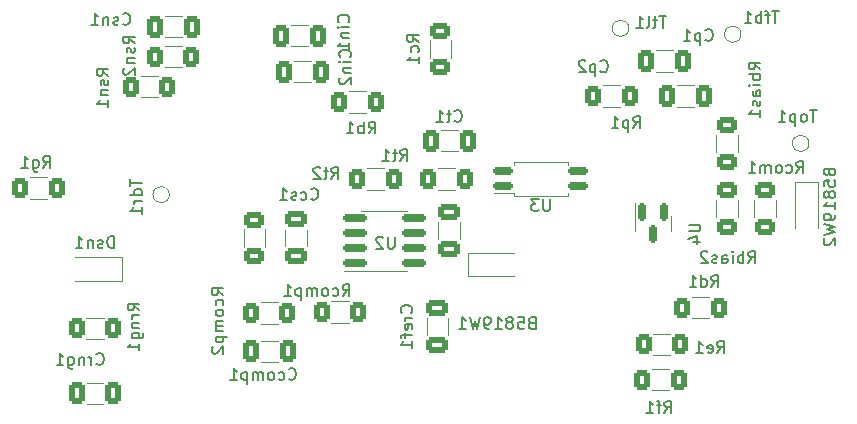
<source format=gbo>
G04 #@! TF.GenerationSoftware,KiCad,Pcbnew,(6.0.11)*
G04 #@! TF.CreationDate,2023-06-14T00:40:10+03:00*
G04 #@! TF.ProjectId,flyback_48V_48W,666c7962-6163-46b5-9f34-38565f343857,rev?*
G04 #@! TF.SameCoordinates,Original*
G04 #@! TF.FileFunction,Legend,Bot*
G04 #@! TF.FilePolarity,Positive*
%FSLAX46Y46*%
G04 Gerber Fmt 4.6, Leading zero omitted, Abs format (unit mm)*
G04 Created by KiCad (PCBNEW (6.0.11)) date 2023-06-14 00:40:10*
%MOMM*%
%LPD*%
G01*
G04 APERTURE LIST*
G04 Aperture macros list*
%AMRoundRect*
0 Rectangle with rounded corners*
0 $1 Rounding radius*
0 $2 $3 $4 $5 $6 $7 $8 $9 X,Y pos of 4 corners*
0 Add a 4 corners polygon primitive as box body*
4,1,4,$2,$3,$4,$5,$6,$7,$8,$9,$2,$3,0*
0 Add four circle primitives for the rounded corners*
1,1,$1+$1,$2,$3*
1,1,$1+$1,$4,$5*
1,1,$1+$1,$6,$7*
1,1,$1+$1,$8,$9*
0 Add four rect primitives between the rounded corners*
20,1,$1+$1,$2,$3,$4,$5,0*
20,1,$1+$1,$4,$5,$6,$7,0*
20,1,$1+$1,$6,$7,$8,$9,0*
20,1,$1+$1,$8,$9,$2,$3,0*%
G04 Aperture macros list end*
%ADD10C,0.150000*%
%ADD11C,0.120000*%
%ADD12C,1.524000*%
%ADD13C,3.800000*%
%ADD14O,3.048000X1.524000*%
%ADD15R,2.000000X2.000000*%
%ADD16O,2.000000X2.000000*%
%ADD17R,1.200000X1.200000*%
%ADD18C,1.200000*%
%ADD19C,1.000000*%
%ADD20RoundRect,0.250000X0.400000X0.625000X-0.400000X0.625000X-0.400000X-0.625000X0.400000X-0.625000X0*%
%ADD21RoundRect,0.250000X-0.400000X-0.625000X0.400000X-0.625000X0.400000X0.625000X-0.400000X0.625000X0*%
%ADD22RoundRect,0.250000X0.650000X-0.412500X0.650000X0.412500X-0.650000X0.412500X-0.650000X-0.412500X0*%
%ADD23RoundRect,0.150000X-0.825000X-0.150000X0.825000X-0.150000X0.825000X0.150000X-0.825000X0.150000X0*%
%ADD24RoundRect,0.150000X-0.662500X-0.150000X0.662500X-0.150000X0.662500X0.150000X-0.662500X0.150000X0*%
%ADD25RoundRect,0.250000X-0.650000X0.412500X-0.650000X-0.412500X0.650000X-0.412500X0.650000X0.412500X0*%
%ADD26RoundRect,0.250000X0.412500X0.650000X-0.412500X0.650000X-0.412500X-0.650000X0.412500X-0.650000X0*%
%ADD27RoundRect,0.250000X-0.412500X-0.650000X0.412500X-0.650000X0.412500X0.650000X-0.412500X0.650000X0*%
%ADD28R,0.900000X1.200000*%
%ADD29RoundRect,0.250000X-0.625000X0.400000X-0.625000X-0.400000X0.625000X-0.400000X0.625000X0.400000X0*%
%ADD30RoundRect,0.150000X-0.150000X0.587500X-0.150000X-0.587500X0.150000X-0.587500X0.150000X0.587500X0*%
%ADD31RoundRect,0.250000X0.625000X-0.400000X0.625000X0.400000X-0.625000X0.400000X-0.625000X-0.400000X0*%
%ADD32R,1.200000X0.900000*%
G04 APERTURE END LIST*
D10*
X173116666Y-45934380D02*
X172545238Y-45934380D01*
X172830952Y-46934380D02*
X172830952Y-45934380D01*
X172069047Y-46934380D02*
X172164285Y-46886761D01*
X172211904Y-46839142D01*
X172259523Y-46743904D01*
X172259523Y-46458190D01*
X172211904Y-46362952D01*
X172164285Y-46315333D01*
X172069047Y-46267714D01*
X171926190Y-46267714D01*
X171830952Y-46315333D01*
X171783333Y-46362952D01*
X171735714Y-46458190D01*
X171735714Y-46743904D01*
X171783333Y-46839142D01*
X171830952Y-46886761D01*
X171926190Y-46934380D01*
X172069047Y-46934380D01*
X171307142Y-46267714D02*
X171307142Y-47267714D01*
X171307142Y-46315333D02*
X171211904Y-46267714D01*
X171021428Y-46267714D01*
X170926190Y-46315333D01*
X170878571Y-46362952D01*
X170830952Y-46458190D01*
X170830952Y-46743904D01*
X170878571Y-46839142D01*
X170926190Y-46886761D01*
X171021428Y-46934380D01*
X171211904Y-46934380D01*
X171307142Y-46886761D01*
X169878571Y-46934380D02*
X170450000Y-46934380D01*
X170164285Y-46934380D02*
X170164285Y-45934380D01*
X170259523Y-46077238D01*
X170354761Y-46172476D01*
X170450000Y-46220095D01*
X115370380Y-40278190D02*
X114894190Y-39944857D01*
X115370380Y-39706761D02*
X114370380Y-39706761D01*
X114370380Y-40087714D01*
X114418000Y-40182952D01*
X114465619Y-40230571D01*
X114560857Y-40278190D01*
X114703714Y-40278190D01*
X114798952Y-40230571D01*
X114846571Y-40182952D01*
X114894190Y-40087714D01*
X114894190Y-39706761D01*
X115322761Y-40659142D02*
X115370380Y-40754380D01*
X115370380Y-40944857D01*
X115322761Y-41040095D01*
X115227523Y-41087714D01*
X115179904Y-41087714D01*
X115084666Y-41040095D01*
X115037047Y-40944857D01*
X115037047Y-40802000D01*
X114989428Y-40706761D01*
X114894190Y-40659142D01*
X114846571Y-40659142D01*
X114751333Y-40706761D01*
X114703714Y-40802000D01*
X114703714Y-40944857D01*
X114751333Y-41040095D01*
X114703714Y-41516285D02*
X115370380Y-41516285D01*
X114798952Y-41516285D02*
X114751333Y-41563904D01*
X114703714Y-41659142D01*
X114703714Y-41802000D01*
X114751333Y-41897238D01*
X114846571Y-41944857D01*
X115370380Y-41944857D01*
X114465619Y-42373428D02*
X114418000Y-42421047D01*
X114370380Y-42516285D01*
X114370380Y-42754380D01*
X114418000Y-42849619D01*
X114465619Y-42897238D01*
X114560857Y-42944857D01*
X114656095Y-42944857D01*
X114798952Y-42897238D01*
X115370380Y-42325809D01*
X115370380Y-42944857D01*
X115768380Y-62881047D02*
X115292190Y-62547714D01*
X115768380Y-62309619D02*
X114768380Y-62309619D01*
X114768380Y-62690571D01*
X114816000Y-62785809D01*
X114863619Y-62833428D01*
X114958857Y-62881047D01*
X115101714Y-62881047D01*
X115196952Y-62833428D01*
X115244571Y-62785809D01*
X115292190Y-62690571D01*
X115292190Y-62309619D01*
X115768380Y-63309619D02*
X115101714Y-63309619D01*
X115292190Y-63309619D02*
X115196952Y-63357238D01*
X115149333Y-63404857D01*
X115101714Y-63500095D01*
X115101714Y-63595333D01*
X115101714Y-63928666D02*
X115768380Y-63928666D01*
X115196952Y-63928666D02*
X115149333Y-63976285D01*
X115101714Y-64071523D01*
X115101714Y-64214380D01*
X115149333Y-64309619D01*
X115244571Y-64357238D01*
X115768380Y-64357238D01*
X115101714Y-65262000D02*
X115911238Y-65262000D01*
X116006476Y-65214380D01*
X116054095Y-65166761D01*
X116101714Y-65071523D01*
X116101714Y-64928666D01*
X116054095Y-64833428D01*
X115720761Y-65262000D02*
X115768380Y-65166761D01*
X115768380Y-64976285D01*
X115720761Y-64881047D01*
X115673142Y-64833428D01*
X115577904Y-64785809D01*
X115292190Y-64785809D01*
X115196952Y-64833428D01*
X115149333Y-64881047D01*
X115101714Y-64976285D01*
X115101714Y-65166761D01*
X115149333Y-65262000D01*
X115768380Y-66262000D02*
X115768380Y-65690571D01*
X115768380Y-65976285D02*
X114768380Y-65976285D01*
X114911238Y-65881047D01*
X115006476Y-65785809D01*
X115054095Y-65690571D01*
X107619047Y-50802380D02*
X107952380Y-50326190D01*
X108190476Y-50802380D02*
X108190476Y-49802380D01*
X107809523Y-49802380D01*
X107714285Y-49850000D01*
X107666666Y-49897619D01*
X107619047Y-49992857D01*
X107619047Y-50135714D01*
X107666666Y-50230952D01*
X107714285Y-50278571D01*
X107809523Y-50326190D01*
X108190476Y-50326190D01*
X106761904Y-50135714D02*
X106761904Y-50945238D01*
X106809523Y-51040476D01*
X106857142Y-51088095D01*
X106952380Y-51135714D01*
X107095238Y-51135714D01*
X107190476Y-51088095D01*
X106761904Y-50754761D02*
X106857142Y-50802380D01*
X107047619Y-50802380D01*
X107142857Y-50754761D01*
X107190476Y-50707142D01*
X107238095Y-50611904D01*
X107238095Y-50326190D01*
X107190476Y-50230952D01*
X107142857Y-50183333D01*
X107047619Y-50135714D01*
X106857142Y-50135714D01*
X106761904Y-50183333D01*
X105761904Y-50802380D02*
X106333333Y-50802380D01*
X106047619Y-50802380D02*
X106047619Y-49802380D01*
X106142857Y-49945238D01*
X106238095Y-50040476D01*
X106333333Y-50088095D01*
X130286000Y-53443142D02*
X130333619Y-53490761D01*
X130476476Y-53538380D01*
X130571714Y-53538380D01*
X130714571Y-53490761D01*
X130809809Y-53395523D01*
X130857428Y-53300285D01*
X130905047Y-53109809D01*
X130905047Y-52966952D01*
X130857428Y-52776476D01*
X130809809Y-52681238D01*
X130714571Y-52586000D01*
X130571714Y-52538380D01*
X130476476Y-52538380D01*
X130333619Y-52586000D01*
X130286000Y-52633619D01*
X129428857Y-53490761D02*
X129524095Y-53538380D01*
X129714571Y-53538380D01*
X129809809Y-53490761D01*
X129857428Y-53443142D01*
X129905047Y-53347904D01*
X129905047Y-53062190D01*
X129857428Y-52966952D01*
X129809809Y-52919333D01*
X129714571Y-52871714D01*
X129524095Y-52871714D01*
X129428857Y-52919333D01*
X129047904Y-53490761D02*
X128952666Y-53538380D01*
X128762190Y-53538380D01*
X128666952Y-53490761D01*
X128619333Y-53395523D01*
X128619333Y-53347904D01*
X128666952Y-53252666D01*
X128762190Y-53205047D01*
X128905047Y-53205047D01*
X129000285Y-53157428D01*
X129047904Y-53062190D01*
X129047904Y-53014571D01*
X129000285Y-52919333D01*
X128905047Y-52871714D01*
X128762190Y-52871714D01*
X128666952Y-52919333D01*
X127666952Y-53538380D02*
X128238380Y-53538380D01*
X127952666Y-53538380D02*
X127952666Y-52538380D01*
X128047904Y-52681238D01*
X128143142Y-52776476D01*
X128238380Y-52824095D01*
X113138380Y-43016190D02*
X112662190Y-42682857D01*
X113138380Y-42444761D02*
X112138380Y-42444761D01*
X112138380Y-42825714D01*
X112186000Y-42920952D01*
X112233619Y-42968571D01*
X112328857Y-43016190D01*
X112471714Y-43016190D01*
X112566952Y-42968571D01*
X112614571Y-42920952D01*
X112662190Y-42825714D01*
X112662190Y-42444761D01*
X113090761Y-43397142D02*
X113138380Y-43492380D01*
X113138380Y-43682857D01*
X113090761Y-43778095D01*
X112995523Y-43825714D01*
X112947904Y-43825714D01*
X112852666Y-43778095D01*
X112805047Y-43682857D01*
X112805047Y-43540000D01*
X112757428Y-43444761D01*
X112662190Y-43397142D01*
X112614571Y-43397142D01*
X112519333Y-43444761D01*
X112471714Y-43540000D01*
X112471714Y-43682857D01*
X112519333Y-43778095D01*
X112471714Y-44254285D02*
X113138380Y-44254285D01*
X112566952Y-44254285D02*
X112519333Y-44301904D01*
X112471714Y-44397142D01*
X112471714Y-44540000D01*
X112519333Y-44635238D01*
X112614571Y-44682857D01*
X113138380Y-44682857D01*
X113138380Y-45682857D02*
X113138380Y-45111428D01*
X113138380Y-45397142D02*
X112138380Y-45397142D01*
X112281238Y-45301904D01*
X112376476Y-45206666D01*
X112424095Y-45111428D01*
X122880380Y-61587333D02*
X122404190Y-61254000D01*
X122880380Y-61015904D02*
X121880380Y-61015904D01*
X121880380Y-61396857D01*
X121928000Y-61492095D01*
X121975619Y-61539714D01*
X122070857Y-61587333D01*
X122213714Y-61587333D01*
X122308952Y-61539714D01*
X122356571Y-61492095D01*
X122404190Y-61396857D01*
X122404190Y-61015904D01*
X122832761Y-62444476D02*
X122880380Y-62349238D01*
X122880380Y-62158761D01*
X122832761Y-62063523D01*
X122785142Y-62015904D01*
X122689904Y-61968285D01*
X122404190Y-61968285D01*
X122308952Y-62015904D01*
X122261333Y-62063523D01*
X122213714Y-62158761D01*
X122213714Y-62349238D01*
X122261333Y-62444476D01*
X122880380Y-63015904D02*
X122832761Y-62920666D01*
X122785142Y-62873047D01*
X122689904Y-62825428D01*
X122404190Y-62825428D01*
X122308952Y-62873047D01*
X122261333Y-62920666D01*
X122213714Y-63015904D01*
X122213714Y-63158761D01*
X122261333Y-63254000D01*
X122308952Y-63301619D01*
X122404190Y-63349238D01*
X122689904Y-63349238D01*
X122785142Y-63301619D01*
X122832761Y-63254000D01*
X122880380Y-63158761D01*
X122880380Y-63015904D01*
X122880380Y-63777809D02*
X122213714Y-63777809D01*
X122308952Y-63777809D02*
X122261333Y-63825428D01*
X122213714Y-63920666D01*
X122213714Y-64063523D01*
X122261333Y-64158761D01*
X122356571Y-64206380D01*
X122880380Y-64206380D01*
X122356571Y-64206380D02*
X122261333Y-64254000D01*
X122213714Y-64349238D01*
X122213714Y-64492095D01*
X122261333Y-64587333D01*
X122356571Y-64634952D01*
X122880380Y-64634952D01*
X122213714Y-65111142D02*
X123213714Y-65111142D01*
X122261333Y-65111142D02*
X122213714Y-65206380D01*
X122213714Y-65396857D01*
X122261333Y-65492095D01*
X122308952Y-65539714D01*
X122404190Y-65587333D01*
X122689904Y-65587333D01*
X122785142Y-65539714D01*
X122832761Y-65492095D01*
X122880380Y-65396857D01*
X122880380Y-65206380D01*
X122832761Y-65111142D01*
X121975619Y-65968285D02*
X121928000Y-66015904D01*
X121880380Y-66111142D01*
X121880380Y-66349238D01*
X121928000Y-66444476D01*
X121975619Y-66492095D01*
X122070857Y-66539714D01*
X122166095Y-66539714D01*
X122308952Y-66492095D01*
X122880380Y-65920666D01*
X122880380Y-66539714D01*
X137361904Y-56652380D02*
X137361904Y-57461904D01*
X137314285Y-57557142D01*
X137266666Y-57604761D01*
X137171428Y-57652380D01*
X136980952Y-57652380D01*
X136885714Y-57604761D01*
X136838095Y-57557142D01*
X136790476Y-57461904D01*
X136790476Y-56652380D01*
X136361904Y-56747619D02*
X136314285Y-56700000D01*
X136219047Y-56652380D01*
X135980952Y-56652380D01*
X135885714Y-56700000D01*
X135838095Y-56747619D01*
X135790476Y-56842857D01*
X135790476Y-56938095D01*
X135838095Y-57080952D01*
X136409523Y-57652380D01*
X135790476Y-57652380D01*
X150511904Y-53452380D02*
X150511904Y-54261904D01*
X150464285Y-54357142D01*
X150416666Y-54404761D01*
X150321428Y-54452380D01*
X150130952Y-54452380D01*
X150035714Y-54404761D01*
X149988095Y-54357142D01*
X149940476Y-54261904D01*
X149940476Y-53452380D01*
X149559523Y-53452380D02*
X148940476Y-53452380D01*
X149273809Y-53833333D01*
X149130952Y-53833333D01*
X149035714Y-53880952D01*
X148988095Y-53928571D01*
X148940476Y-54023809D01*
X148940476Y-54261904D01*
X148988095Y-54357142D01*
X149035714Y-54404761D01*
X149130952Y-54452380D01*
X149416666Y-54452380D01*
X149511904Y-54404761D01*
X149559523Y-54357142D01*
X138787142Y-63071523D02*
X138834761Y-63023904D01*
X138882380Y-62881047D01*
X138882380Y-62785809D01*
X138834761Y-62642952D01*
X138739523Y-62547714D01*
X138644285Y-62500095D01*
X138453809Y-62452476D01*
X138310952Y-62452476D01*
X138120476Y-62500095D01*
X138025238Y-62547714D01*
X137930000Y-62642952D01*
X137882380Y-62785809D01*
X137882380Y-62881047D01*
X137930000Y-63023904D01*
X137977619Y-63071523D01*
X138882380Y-63500095D02*
X138215714Y-63500095D01*
X138406190Y-63500095D02*
X138310952Y-63547714D01*
X138263333Y-63595333D01*
X138215714Y-63690571D01*
X138215714Y-63785809D01*
X138834761Y-64500095D02*
X138882380Y-64404857D01*
X138882380Y-64214380D01*
X138834761Y-64119142D01*
X138739523Y-64071523D01*
X138358571Y-64071523D01*
X138263333Y-64119142D01*
X138215714Y-64214380D01*
X138215714Y-64404857D01*
X138263333Y-64500095D01*
X138358571Y-64547714D01*
X138453809Y-64547714D01*
X138549047Y-64071523D01*
X138215714Y-64833428D02*
X138215714Y-65214380D01*
X138882380Y-64976285D02*
X138025238Y-64976285D01*
X137930000Y-65023904D01*
X137882380Y-65119142D01*
X137882380Y-65214380D01*
X138882380Y-66071523D02*
X138882380Y-65500095D01*
X138882380Y-65785809D02*
X137882380Y-65785809D01*
X138025238Y-65690571D01*
X138120476Y-65595333D01*
X138168095Y-65500095D01*
X112124952Y-67413142D02*
X112172571Y-67460761D01*
X112315428Y-67508380D01*
X112410666Y-67508380D01*
X112553523Y-67460761D01*
X112648761Y-67365523D01*
X112696380Y-67270285D01*
X112744000Y-67079809D01*
X112744000Y-66936952D01*
X112696380Y-66746476D01*
X112648761Y-66651238D01*
X112553523Y-66556000D01*
X112410666Y-66508380D01*
X112315428Y-66508380D01*
X112172571Y-66556000D01*
X112124952Y-66603619D01*
X111696380Y-67508380D02*
X111696380Y-66841714D01*
X111696380Y-67032190D02*
X111648761Y-66936952D01*
X111601142Y-66889333D01*
X111505904Y-66841714D01*
X111410666Y-66841714D01*
X111077333Y-66841714D02*
X111077333Y-67508380D01*
X111077333Y-66936952D02*
X111029714Y-66889333D01*
X110934476Y-66841714D01*
X110791619Y-66841714D01*
X110696380Y-66889333D01*
X110648761Y-66984571D01*
X110648761Y-67508380D01*
X109744000Y-66841714D02*
X109744000Y-67651238D01*
X109791619Y-67746476D01*
X109839238Y-67794095D01*
X109934476Y-67841714D01*
X110077333Y-67841714D01*
X110172571Y-67794095D01*
X109744000Y-67460761D02*
X109839238Y-67508380D01*
X110029714Y-67508380D01*
X110124952Y-67460761D01*
X110172571Y-67413142D01*
X110220190Y-67317904D01*
X110220190Y-67032190D01*
X110172571Y-66936952D01*
X110124952Y-66889333D01*
X110029714Y-66841714D01*
X109839238Y-66841714D01*
X109744000Y-66889333D01*
X108744000Y-67508380D02*
X109315428Y-67508380D01*
X109029714Y-67508380D02*
X109029714Y-66508380D01*
X109124952Y-66651238D01*
X109220190Y-66746476D01*
X109315428Y-66794095D01*
X154797047Y-42615142D02*
X154844666Y-42662761D01*
X154987523Y-42710380D01*
X155082761Y-42710380D01*
X155225619Y-42662761D01*
X155320857Y-42567523D01*
X155368476Y-42472285D01*
X155416095Y-42281809D01*
X155416095Y-42138952D01*
X155368476Y-41948476D01*
X155320857Y-41853238D01*
X155225619Y-41758000D01*
X155082761Y-41710380D01*
X154987523Y-41710380D01*
X154844666Y-41758000D01*
X154797047Y-41805619D01*
X154368476Y-42043714D02*
X154368476Y-43043714D01*
X154368476Y-42091333D02*
X154273238Y-42043714D01*
X154082761Y-42043714D01*
X153987523Y-42091333D01*
X153939904Y-42138952D01*
X153892285Y-42234190D01*
X153892285Y-42519904D01*
X153939904Y-42615142D01*
X153987523Y-42662761D01*
X154082761Y-42710380D01*
X154273238Y-42710380D01*
X154368476Y-42662761D01*
X153511333Y-41805619D02*
X153463714Y-41758000D01*
X153368476Y-41710380D01*
X153130380Y-41710380D01*
X153035142Y-41758000D01*
X152987523Y-41805619D01*
X152939904Y-41900857D01*
X152939904Y-41996095D01*
X152987523Y-42138952D01*
X153558952Y-42710380D01*
X152939904Y-42710380D01*
X142438380Y-46839142D02*
X142486000Y-46886761D01*
X142628857Y-46934380D01*
X142724095Y-46934380D01*
X142866952Y-46886761D01*
X142962190Y-46791523D01*
X143009809Y-46696285D01*
X143057428Y-46505809D01*
X143057428Y-46362952D01*
X143009809Y-46172476D01*
X142962190Y-46077238D01*
X142866952Y-45982000D01*
X142724095Y-45934380D01*
X142628857Y-45934380D01*
X142486000Y-45982000D01*
X142438380Y-46029619D01*
X142152666Y-46267714D02*
X141771714Y-46267714D01*
X142009809Y-45934380D02*
X142009809Y-46791523D01*
X141962190Y-46886761D01*
X141866952Y-46934380D01*
X141771714Y-46934380D01*
X140914571Y-46934380D02*
X141486000Y-46934380D01*
X141200285Y-46934380D02*
X141200285Y-45934380D01*
X141295523Y-46077238D01*
X141390761Y-46172476D01*
X141486000Y-46220095D01*
X164679238Y-66492380D02*
X165012571Y-66016190D01*
X165250666Y-66492380D02*
X165250666Y-65492380D01*
X164869714Y-65492380D01*
X164774476Y-65540000D01*
X164726857Y-65587619D01*
X164679238Y-65682857D01*
X164679238Y-65825714D01*
X164726857Y-65920952D01*
X164774476Y-65968571D01*
X164869714Y-66016190D01*
X165250666Y-66016190D01*
X163869714Y-66444761D02*
X163964952Y-66492380D01*
X164155428Y-66492380D01*
X164250666Y-66444761D01*
X164298285Y-66349523D01*
X164298285Y-65968571D01*
X164250666Y-65873333D01*
X164155428Y-65825714D01*
X163964952Y-65825714D01*
X163869714Y-65873333D01*
X163822095Y-65968571D01*
X163822095Y-66063809D01*
X164298285Y-66159047D01*
X162869714Y-66492380D02*
X163441142Y-66492380D01*
X163155428Y-66492380D02*
X163155428Y-65492380D01*
X163250666Y-65635238D01*
X163345904Y-65730476D01*
X163441142Y-65778095D01*
X160218380Y-71572380D02*
X160551714Y-71096190D01*
X160789809Y-71572380D02*
X160789809Y-70572380D01*
X160408857Y-70572380D01*
X160313619Y-70620000D01*
X160266000Y-70667619D01*
X160218380Y-70762857D01*
X160218380Y-70905714D01*
X160266000Y-71000952D01*
X160313619Y-71048571D01*
X160408857Y-71096190D01*
X160789809Y-71096190D01*
X159932666Y-70905714D02*
X159551714Y-70905714D01*
X159789809Y-71572380D02*
X159789809Y-70715238D01*
X159742190Y-70620000D01*
X159646952Y-70572380D01*
X159551714Y-70572380D01*
X158694571Y-71572380D02*
X159266000Y-71572380D01*
X158980285Y-71572380D02*
X158980285Y-70572380D01*
X159075523Y-70715238D01*
X159170761Y-70810476D01*
X159266000Y-70858095D01*
X137866380Y-50236380D02*
X138199714Y-49760190D01*
X138437809Y-50236380D02*
X138437809Y-49236380D01*
X138056857Y-49236380D01*
X137961619Y-49284000D01*
X137914000Y-49331619D01*
X137866380Y-49426857D01*
X137866380Y-49569714D01*
X137914000Y-49664952D01*
X137961619Y-49712571D01*
X138056857Y-49760190D01*
X138437809Y-49760190D01*
X137580666Y-49569714D02*
X137199714Y-49569714D01*
X137437809Y-49236380D02*
X137437809Y-50093523D01*
X137390190Y-50188761D01*
X137294952Y-50236380D01*
X137199714Y-50236380D01*
X136342571Y-50236380D02*
X136914000Y-50236380D01*
X136628285Y-50236380D02*
X136628285Y-49236380D01*
X136723523Y-49379238D01*
X136818761Y-49474476D01*
X136914000Y-49522095D01*
X113609238Y-57602380D02*
X113609238Y-56602380D01*
X113371142Y-56602380D01*
X113228285Y-56650000D01*
X113133047Y-56745238D01*
X113085428Y-56840476D01*
X113037809Y-57030952D01*
X113037809Y-57173809D01*
X113085428Y-57364285D01*
X113133047Y-57459523D01*
X113228285Y-57554761D01*
X113371142Y-57602380D01*
X113609238Y-57602380D01*
X112656857Y-57554761D02*
X112561619Y-57602380D01*
X112371142Y-57602380D01*
X112275904Y-57554761D01*
X112228285Y-57459523D01*
X112228285Y-57411904D01*
X112275904Y-57316666D01*
X112371142Y-57269047D01*
X112514000Y-57269047D01*
X112609238Y-57221428D01*
X112656857Y-57126190D01*
X112656857Y-57078571D01*
X112609238Y-56983333D01*
X112514000Y-56935714D01*
X112371142Y-56935714D01*
X112275904Y-56983333D01*
X111799714Y-56935714D02*
X111799714Y-57602380D01*
X111799714Y-57030952D02*
X111752095Y-56983333D01*
X111656857Y-56935714D01*
X111514000Y-56935714D01*
X111418761Y-56983333D01*
X111371142Y-57078571D01*
X111371142Y-57602380D01*
X110371142Y-57602380D02*
X110942571Y-57602380D01*
X110656857Y-57602380D02*
X110656857Y-56602380D01*
X110752095Y-56745238D01*
X110847333Y-56840476D01*
X110942571Y-56888095D01*
X148968952Y-63936571D02*
X148826095Y-63984190D01*
X148778476Y-64031809D01*
X148730857Y-64127047D01*
X148730857Y-64269904D01*
X148778476Y-64365142D01*
X148826095Y-64412761D01*
X148921333Y-64460380D01*
X149302285Y-64460380D01*
X149302285Y-63460380D01*
X148968952Y-63460380D01*
X148873714Y-63508000D01*
X148826095Y-63555619D01*
X148778476Y-63650857D01*
X148778476Y-63746095D01*
X148826095Y-63841333D01*
X148873714Y-63888952D01*
X148968952Y-63936571D01*
X149302285Y-63936571D01*
X147826095Y-63460380D02*
X148302285Y-63460380D01*
X148349904Y-63936571D01*
X148302285Y-63888952D01*
X148207047Y-63841333D01*
X147968952Y-63841333D01*
X147873714Y-63888952D01*
X147826095Y-63936571D01*
X147778476Y-64031809D01*
X147778476Y-64269904D01*
X147826095Y-64365142D01*
X147873714Y-64412761D01*
X147968952Y-64460380D01*
X148207047Y-64460380D01*
X148302285Y-64412761D01*
X148349904Y-64365142D01*
X147207047Y-63888952D02*
X147302285Y-63841333D01*
X147349904Y-63793714D01*
X147397523Y-63698476D01*
X147397523Y-63650857D01*
X147349904Y-63555619D01*
X147302285Y-63508000D01*
X147207047Y-63460380D01*
X147016571Y-63460380D01*
X146921333Y-63508000D01*
X146873714Y-63555619D01*
X146826095Y-63650857D01*
X146826095Y-63698476D01*
X146873714Y-63793714D01*
X146921333Y-63841333D01*
X147016571Y-63888952D01*
X147207047Y-63888952D01*
X147302285Y-63936571D01*
X147349904Y-63984190D01*
X147397523Y-64079428D01*
X147397523Y-64269904D01*
X147349904Y-64365142D01*
X147302285Y-64412761D01*
X147207047Y-64460380D01*
X147016571Y-64460380D01*
X146921333Y-64412761D01*
X146873714Y-64365142D01*
X146826095Y-64269904D01*
X146826095Y-64079428D01*
X146873714Y-63984190D01*
X146921333Y-63936571D01*
X147016571Y-63888952D01*
X145873714Y-64460380D02*
X146445142Y-64460380D01*
X146159428Y-64460380D02*
X146159428Y-63460380D01*
X146254666Y-63603238D01*
X146349904Y-63698476D01*
X146445142Y-63746095D01*
X145397523Y-64460380D02*
X145207047Y-64460380D01*
X145111809Y-64412761D01*
X145064190Y-64365142D01*
X144968952Y-64222285D01*
X144921333Y-64031809D01*
X144921333Y-63650857D01*
X144968952Y-63555619D01*
X145016571Y-63508000D01*
X145111809Y-63460380D01*
X145302285Y-63460380D01*
X145397523Y-63508000D01*
X145445142Y-63555619D01*
X145492761Y-63650857D01*
X145492761Y-63888952D01*
X145445142Y-63984190D01*
X145397523Y-64031809D01*
X145302285Y-64079428D01*
X145111809Y-64079428D01*
X145016571Y-64031809D01*
X144968952Y-63984190D01*
X144921333Y-63888952D01*
X144588000Y-63460380D02*
X144349904Y-64460380D01*
X144159428Y-63746095D01*
X143968952Y-64460380D01*
X143730857Y-63460380D01*
X142826095Y-64460380D02*
X143397523Y-64460380D01*
X143111809Y-64460380D02*
X143111809Y-63460380D01*
X143207047Y-63603238D01*
X143302285Y-63698476D01*
X143397523Y-63746095D01*
X163687047Y-39981142D02*
X163734666Y-40028761D01*
X163877523Y-40076380D01*
X163972761Y-40076380D01*
X164115619Y-40028761D01*
X164210857Y-39933523D01*
X164258476Y-39838285D01*
X164306095Y-39647809D01*
X164306095Y-39504952D01*
X164258476Y-39314476D01*
X164210857Y-39219238D01*
X164115619Y-39124000D01*
X163972761Y-39076380D01*
X163877523Y-39076380D01*
X163734666Y-39124000D01*
X163687047Y-39171619D01*
X163258476Y-39409714D02*
X163258476Y-40409714D01*
X163258476Y-39457333D02*
X163163238Y-39409714D01*
X162972761Y-39409714D01*
X162877523Y-39457333D01*
X162829904Y-39504952D01*
X162782285Y-39600190D01*
X162782285Y-39885904D01*
X162829904Y-39981142D01*
X162877523Y-40028761D01*
X162972761Y-40076380D01*
X163163238Y-40076380D01*
X163258476Y-40028761D01*
X161829904Y-40076380D02*
X162401333Y-40076380D01*
X162115619Y-40076380D02*
X162115619Y-39076380D01*
X162210857Y-39219238D01*
X162306095Y-39314476D01*
X162401333Y-39362095D01*
X132976666Y-61666380D02*
X133310000Y-61190190D01*
X133548095Y-61666380D02*
X133548095Y-60666380D01*
X133167142Y-60666380D01*
X133071904Y-60714000D01*
X133024285Y-60761619D01*
X132976666Y-60856857D01*
X132976666Y-60999714D01*
X133024285Y-61094952D01*
X133071904Y-61142571D01*
X133167142Y-61190190D01*
X133548095Y-61190190D01*
X132119523Y-61618761D02*
X132214761Y-61666380D01*
X132405238Y-61666380D01*
X132500476Y-61618761D01*
X132548095Y-61571142D01*
X132595714Y-61475904D01*
X132595714Y-61190190D01*
X132548095Y-61094952D01*
X132500476Y-61047333D01*
X132405238Y-60999714D01*
X132214761Y-60999714D01*
X132119523Y-61047333D01*
X131548095Y-61666380D02*
X131643333Y-61618761D01*
X131690952Y-61571142D01*
X131738571Y-61475904D01*
X131738571Y-61190190D01*
X131690952Y-61094952D01*
X131643333Y-61047333D01*
X131548095Y-60999714D01*
X131405238Y-60999714D01*
X131310000Y-61047333D01*
X131262380Y-61094952D01*
X131214761Y-61190190D01*
X131214761Y-61475904D01*
X131262380Y-61571142D01*
X131310000Y-61618761D01*
X131405238Y-61666380D01*
X131548095Y-61666380D01*
X130786190Y-61666380D02*
X130786190Y-60999714D01*
X130786190Y-61094952D02*
X130738571Y-61047333D01*
X130643333Y-60999714D01*
X130500476Y-60999714D01*
X130405238Y-61047333D01*
X130357619Y-61142571D01*
X130357619Y-61666380D01*
X130357619Y-61142571D02*
X130310000Y-61047333D01*
X130214761Y-60999714D01*
X130071904Y-60999714D01*
X129976666Y-61047333D01*
X129929047Y-61142571D01*
X129929047Y-61666380D01*
X129452857Y-60999714D02*
X129452857Y-61999714D01*
X129452857Y-61047333D02*
X129357619Y-60999714D01*
X129167142Y-60999714D01*
X129071904Y-61047333D01*
X129024285Y-61094952D01*
X128976666Y-61190190D01*
X128976666Y-61475904D01*
X129024285Y-61571142D01*
X129071904Y-61618761D01*
X129167142Y-61666380D01*
X129357619Y-61666380D01*
X129452857Y-61618761D01*
X128024285Y-61666380D02*
X128595714Y-61666380D01*
X128310000Y-61666380D02*
X128310000Y-60666380D01*
X128405238Y-60809238D01*
X128500476Y-60904476D01*
X128595714Y-60952095D01*
X114358209Y-38616942D02*
X114405828Y-38664561D01*
X114548685Y-38712180D01*
X114643923Y-38712180D01*
X114786780Y-38664561D01*
X114882019Y-38569323D01*
X114929638Y-38474085D01*
X114977257Y-38283609D01*
X114977257Y-38140752D01*
X114929638Y-37950276D01*
X114882019Y-37855038D01*
X114786780Y-37759800D01*
X114643923Y-37712180D01*
X114548685Y-37712180D01*
X114405828Y-37759800D01*
X114358209Y-37807419D01*
X113977257Y-38664561D02*
X113882019Y-38712180D01*
X113691542Y-38712180D01*
X113596304Y-38664561D01*
X113548685Y-38569323D01*
X113548685Y-38521704D01*
X113596304Y-38426466D01*
X113691542Y-38378847D01*
X113834400Y-38378847D01*
X113929638Y-38331228D01*
X113977257Y-38235990D01*
X113977257Y-38188371D01*
X113929638Y-38093133D01*
X113834400Y-38045514D01*
X113691542Y-38045514D01*
X113596304Y-38093133D01*
X113120114Y-38045514D02*
X113120114Y-38712180D01*
X113120114Y-38140752D02*
X113072495Y-38093133D01*
X112977257Y-38045514D01*
X112834400Y-38045514D01*
X112739161Y-38093133D01*
X112691542Y-38188371D01*
X112691542Y-38712180D01*
X111691542Y-38712180D02*
X112262971Y-38712180D01*
X111977257Y-38712180D02*
X111977257Y-37712180D01*
X112072495Y-37855038D01*
X112167733Y-37950276D01*
X112262971Y-37997895D01*
X133597142Y-41418857D02*
X133644761Y-41371238D01*
X133692380Y-41228380D01*
X133692380Y-41133142D01*
X133644761Y-40990285D01*
X133549523Y-40895047D01*
X133454285Y-40847428D01*
X133263809Y-40799809D01*
X133120952Y-40799809D01*
X132930476Y-40847428D01*
X132835238Y-40895047D01*
X132740000Y-40990285D01*
X132692380Y-41133142D01*
X132692380Y-41228380D01*
X132740000Y-41371238D01*
X132787619Y-41418857D01*
X133692380Y-41847428D02*
X133025714Y-41847428D01*
X132692380Y-41847428D02*
X132740000Y-41799809D01*
X132787619Y-41847428D01*
X132740000Y-41895047D01*
X132692380Y-41847428D01*
X132787619Y-41847428D01*
X133025714Y-42323619D02*
X133692380Y-42323619D01*
X133120952Y-42323619D02*
X133073333Y-42371238D01*
X133025714Y-42466476D01*
X133025714Y-42609333D01*
X133073333Y-42704571D01*
X133168571Y-42752190D01*
X133692380Y-42752190D01*
X132787619Y-43180761D02*
X132740000Y-43228380D01*
X132692380Y-43323619D01*
X132692380Y-43561714D01*
X132740000Y-43656952D01*
X132787619Y-43704571D01*
X132882857Y-43752190D01*
X132978095Y-43752190D01*
X133120952Y-43704571D01*
X133692380Y-43133142D01*
X133692380Y-43752190D01*
X167322285Y-58872380D02*
X167655619Y-58396190D01*
X167893714Y-58872380D02*
X167893714Y-57872380D01*
X167512761Y-57872380D01*
X167417523Y-57920000D01*
X167369904Y-57967619D01*
X167322285Y-58062857D01*
X167322285Y-58205714D01*
X167369904Y-58300952D01*
X167417523Y-58348571D01*
X167512761Y-58396190D01*
X167893714Y-58396190D01*
X166893714Y-58872380D02*
X166893714Y-57872380D01*
X166893714Y-58253333D02*
X166798476Y-58205714D01*
X166608000Y-58205714D01*
X166512761Y-58253333D01*
X166465142Y-58300952D01*
X166417523Y-58396190D01*
X166417523Y-58681904D01*
X166465142Y-58777142D01*
X166512761Y-58824761D01*
X166608000Y-58872380D01*
X166798476Y-58872380D01*
X166893714Y-58824761D01*
X165988952Y-58872380D02*
X165988952Y-58205714D01*
X165988952Y-57872380D02*
X166036571Y-57920000D01*
X165988952Y-57967619D01*
X165941333Y-57920000D01*
X165988952Y-57872380D01*
X165988952Y-57967619D01*
X165084190Y-58872380D02*
X165084190Y-58348571D01*
X165131809Y-58253333D01*
X165227047Y-58205714D01*
X165417523Y-58205714D01*
X165512761Y-58253333D01*
X165084190Y-58824761D02*
X165179428Y-58872380D01*
X165417523Y-58872380D01*
X165512761Y-58824761D01*
X165560380Y-58729523D01*
X165560380Y-58634285D01*
X165512761Y-58539047D01*
X165417523Y-58491428D01*
X165179428Y-58491428D01*
X165084190Y-58443809D01*
X164655619Y-58824761D02*
X164560380Y-58872380D01*
X164369904Y-58872380D01*
X164274666Y-58824761D01*
X164227047Y-58729523D01*
X164227047Y-58681904D01*
X164274666Y-58586666D01*
X164369904Y-58539047D01*
X164512761Y-58539047D01*
X164608000Y-58491428D01*
X164655619Y-58396190D01*
X164655619Y-58348571D01*
X164608000Y-58253333D01*
X164512761Y-58205714D01*
X164369904Y-58205714D01*
X164274666Y-58253333D01*
X163846095Y-57967619D02*
X163798476Y-57920000D01*
X163703238Y-57872380D01*
X163465142Y-57872380D01*
X163369904Y-57920000D01*
X163322285Y-57967619D01*
X163274666Y-58062857D01*
X163274666Y-58158095D01*
X163322285Y-58300952D01*
X163893714Y-58872380D01*
X163274666Y-58872380D01*
X132024380Y-51760380D02*
X132357714Y-51284190D01*
X132595809Y-51760380D02*
X132595809Y-50760380D01*
X132214857Y-50760380D01*
X132119619Y-50808000D01*
X132072000Y-50855619D01*
X132024380Y-50950857D01*
X132024380Y-51093714D01*
X132072000Y-51188952D01*
X132119619Y-51236571D01*
X132214857Y-51284190D01*
X132595809Y-51284190D01*
X131738666Y-51093714D02*
X131357714Y-51093714D01*
X131595809Y-50760380D02*
X131595809Y-51617523D01*
X131548190Y-51712761D01*
X131452952Y-51760380D01*
X131357714Y-51760380D01*
X131072000Y-50855619D02*
X131024380Y-50808000D01*
X130929142Y-50760380D01*
X130691047Y-50760380D01*
X130595809Y-50808000D01*
X130548190Y-50855619D01*
X130500571Y-50950857D01*
X130500571Y-51046095D01*
X130548190Y-51188952D01*
X131119619Y-51760380D01*
X130500571Y-51760380D01*
X162266380Y-55626095D02*
X163075904Y-55626095D01*
X163171142Y-55673714D01*
X163218761Y-55721333D01*
X163266380Y-55816571D01*
X163266380Y-56007047D01*
X163218761Y-56102285D01*
X163171142Y-56149904D01*
X163075904Y-56197523D01*
X162266380Y-56197523D01*
X162599714Y-57102285D02*
X163266380Y-57102285D01*
X162218761Y-56864190D02*
X162933047Y-56626095D01*
X162933047Y-57245142D01*
X139416380Y-40154761D02*
X138940190Y-39821428D01*
X139416380Y-39583333D02*
X138416380Y-39583333D01*
X138416380Y-39964285D01*
X138464000Y-40059523D01*
X138511619Y-40107142D01*
X138606857Y-40154761D01*
X138749714Y-40154761D01*
X138844952Y-40107142D01*
X138892571Y-40059523D01*
X138940190Y-39964285D01*
X138940190Y-39583333D01*
X139368761Y-41011904D02*
X139416380Y-40916666D01*
X139416380Y-40726190D01*
X139368761Y-40630952D01*
X139321142Y-40583333D01*
X139225904Y-40535714D01*
X138940190Y-40535714D01*
X138844952Y-40583333D01*
X138797333Y-40630952D01*
X138749714Y-40726190D01*
X138749714Y-40916666D01*
X138797333Y-41011904D01*
X139416380Y-41964285D02*
X139416380Y-41392857D01*
X139416380Y-41678571D02*
X138416380Y-41678571D01*
X138559238Y-41583333D01*
X138654476Y-41488095D01*
X138702095Y-41392857D01*
X168346380Y-42481714D02*
X167870190Y-42148380D01*
X168346380Y-41910285D02*
X167346380Y-41910285D01*
X167346380Y-42291238D01*
X167394000Y-42386476D01*
X167441619Y-42434095D01*
X167536857Y-42481714D01*
X167679714Y-42481714D01*
X167774952Y-42434095D01*
X167822571Y-42386476D01*
X167870190Y-42291238D01*
X167870190Y-41910285D01*
X168346380Y-42910285D02*
X167346380Y-42910285D01*
X167727333Y-42910285D02*
X167679714Y-43005523D01*
X167679714Y-43196000D01*
X167727333Y-43291238D01*
X167774952Y-43338857D01*
X167870190Y-43386476D01*
X168155904Y-43386476D01*
X168251142Y-43338857D01*
X168298761Y-43291238D01*
X168346380Y-43196000D01*
X168346380Y-43005523D01*
X168298761Y-42910285D01*
X168346380Y-43815047D02*
X167679714Y-43815047D01*
X167346380Y-43815047D02*
X167394000Y-43767428D01*
X167441619Y-43815047D01*
X167394000Y-43862666D01*
X167346380Y-43815047D01*
X167441619Y-43815047D01*
X168346380Y-44719809D02*
X167822571Y-44719809D01*
X167727333Y-44672190D01*
X167679714Y-44576952D01*
X167679714Y-44386476D01*
X167727333Y-44291238D01*
X168298761Y-44719809D02*
X168346380Y-44624571D01*
X168346380Y-44386476D01*
X168298761Y-44291238D01*
X168203523Y-44243619D01*
X168108285Y-44243619D01*
X168013047Y-44291238D01*
X167965428Y-44386476D01*
X167965428Y-44624571D01*
X167917809Y-44719809D01*
X168298761Y-45148380D02*
X168346380Y-45243619D01*
X168346380Y-45434095D01*
X168298761Y-45529333D01*
X168203523Y-45576952D01*
X168155904Y-45576952D01*
X168060666Y-45529333D01*
X168013047Y-45434095D01*
X168013047Y-45291238D01*
X167965428Y-45196000D01*
X167870190Y-45148380D01*
X167822571Y-45148380D01*
X167727333Y-45196000D01*
X167679714Y-45291238D01*
X167679714Y-45434095D01*
X167727333Y-45529333D01*
X168346380Y-46529333D02*
X168346380Y-45957904D01*
X168346380Y-46243619D02*
X167346380Y-46243619D01*
X167489238Y-46148380D01*
X167584476Y-46053142D01*
X167632095Y-45957904D01*
X169902000Y-37552380D02*
X169330571Y-37552380D01*
X169616285Y-38552380D02*
X169616285Y-37552380D01*
X169140095Y-37885714D02*
X168759142Y-37885714D01*
X168997238Y-38552380D02*
X168997238Y-37695238D01*
X168949619Y-37600000D01*
X168854380Y-37552380D01*
X168759142Y-37552380D01*
X168425809Y-38552380D02*
X168425809Y-37552380D01*
X168425809Y-37933333D02*
X168330571Y-37885714D01*
X168140095Y-37885714D01*
X168044857Y-37933333D01*
X167997238Y-37980952D01*
X167949619Y-38076190D01*
X167949619Y-38361904D01*
X167997238Y-38457142D01*
X168044857Y-38504761D01*
X168140095Y-38552380D01*
X168330571Y-38552380D01*
X168425809Y-38504761D01*
X166997238Y-38552380D02*
X167568666Y-38552380D01*
X167282952Y-38552380D02*
X167282952Y-37552380D01*
X167378190Y-37695238D01*
X167473428Y-37790476D01*
X167568666Y-37838095D01*
X135169047Y-47902380D02*
X135502380Y-47426190D01*
X135740476Y-47902380D02*
X135740476Y-46902380D01*
X135359523Y-46902380D01*
X135264285Y-46950000D01*
X135216666Y-46997619D01*
X135169047Y-47092857D01*
X135169047Y-47235714D01*
X135216666Y-47330952D01*
X135264285Y-47378571D01*
X135359523Y-47426190D01*
X135740476Y-47426190D01*
X134740476Y-47902380D02*
X134740476Y-46902380D01*
X134740476Y-47283333D02*
X134645238Y-47235714D01*
X134454761Y-47235714D01*
X134359523Y-47283333D01*
X134311904Y-47330952D01*
X134264285Y-47426190D01*
X134264285Y-47711904D01*
X134311904Y-47807142D01*
X134359523Y-47854761D01*
X134454761Y-47902380D01*
X134645238Y-47902380D01*
X134740476Y-47854761D01*
X133311904Y-47902380D02*
X133883333Y-47902380D01*
X133597619Y-47902380D02*
X133597619Y-46902380D01*
X133692857Y-47045238D01*
X133788095Y-47140476D01*
X133883333Y-47188095D01*
X174172571Y-51221047D02*
X174220190Y-51363904D01*
X174267809Y-51411523D01*
X174363047Y-51459142D01*
X174505904Y-51459142D01*
X174601142Y-51411523D01*
X174648761Y-51363904D01*
X174696380Y-51268666D01*
X174696380Y-50887714D01*
X173696380Y-50887714D01*
X173696380Y-51221047D01*
X173744000Y-51316285D01*
X173791619Y-51363904D01*
X173886857Y-51411523D01*
X173982095Y-51411523D01*
X174077333Y-51363904D01*
X174124952Y-51316285D01*
X174172571Y-51221047D01*
X174172571Y-50887714D01*
X173696380Y-52363904D02*
X173696380Y-51887714D01*
X174172571Y-51840095D01*
X174124952Y-51887714D01*
X174077333Y-51982952D01*
X174077333Y-52221047D01*
X174124952Y-52316285D01*
X174172571Y-52363904D01*
X174267809Y-52411523D01*
X174505904Y-52411523D01*
X174601142Y-52363904D01*
X174648761Y-52316285D01*
X174696380Y-52221047D01*
X174696380Y-51982952D01*
X174648761Y-51887714D01*
X174601142Y-51840095D01*
X174124952Y-52982952D02*
X174077333Y-52887714D01*
X174029714Y-52840095D01*
X173934476Y-52792476D01*
X173886857Y-52792476D01*
X173791619Y-52840095D01*
X173744000Y-52887714D01*
X173696380Y-52982952D01*
X173696380Y-53173428D01*
X173744000Y-53268666D01*
X173791619Y-53316285D01*
X173886857Y-53363904D01*
X173934476Y-53363904D01*
X174029714Y-53316285D01*
X174077333Y-53268666D01*
X174124952Y-53173428D01*
X174124952Y-52982952D01*
X174172571Y-52887714D01*
X174220190Y-52840095D01*
X174315428Y-52792476D01*
X174505904Y-52792476D01*
X174601142Y-52840095D01*
X174648761Y-52887714D01*
X174696380Y-52982952D01*
X174696380Y-53173428D01*
X174648761Y-53268666D01*
X174601142Y-53316285D01*
X174505904Y-53363904D01*
X174315428Y-53363904D01*
X174220190Y-53316285D01*
X174172571Y-53268666D01*
X174124952Y-53173428D01*
X174696380Y-54316285D02*
X174696380Y-53744857D01*
X174696380Y-54030571D02*
X173696380Y-54030571D01*
X173839238Y-53935333D01*
X173934476Y-53840095D01*
X173982095Y-53744857D01*
X174696380Y-54792476D02*
X174696380Y-54982952D01*
X174648761Y-55078190D01*
X174601142Y-55125809D01*
X174458285Y-55221047D01*
X174267809Y-55268666D01*
X173886857Y-55268666D01*
X173791619Y-55221047D01*
X173744000Y-55173428D01*
X173696380Y-55078190D01*
X173696380Y-54887714D01*
X173744000Y-54792476D01*
X173791619Y-54744857D01*
X173886857Y-54697238D01*
X174124952Y-54697238D01*
X174220190Y-54744857D01*
X174267809Y-54792476D01*
X174315428Y-54887714D01*
X174315428Y-55078190D01*
X174267809Y-55173428D01*
X174220190Y-55221047D01*
X174124952Y-55268666D01*
X173696380Y-55602000D02*
X174696380Y-55840095D01*
X173982095Y-56030571D01*
X174696380Y-56221047D01*
X173696380Y-56459142D01*
X173791619Y-56792476D02*
X173744000Y-56840095D01*
X173696380Y-56935333D01*
X173696380Y-57173428D01*
X173744000Y-57268666D01*
X173791619Y-57316285D01*
X173886857Y-57363904D01*
X173982095Y-57363904D01*
X174124952Y-57316285D01*
X174696380Y-56744857D01*
X174696380Y-57363904D01*
X128404666Y-68683142D02*
X128452285Y-68730761D01*
X128595142Y-68778380D01*
X128690380Y-68778380D01*
X128833238Y-68730761D01*
X128928476Y-68635523D01*
X128976095Y-68540285D01*
X129023714Y-68349809D01*
X129023714Y-68206952D01*
X128976095Y-68016476D01*
X128928476Y-67921238D01*
X128833238Y-67826000D01*
X128690380Y-67778380D01*
X128595142Y-67778380D01*
X128452285Y-67826000D01*
X128404666Y-67873619D01*
X127547523Y-68730761D02*
X127642761Y-68778380D01*
X127833238Y-68778380D01*
X127928476Y-68730761D01*
X127976095Y-68683142D01*
X128023714Y-68587904D01*
X128023714Y-68302190D01*
X127976095Y-68206952D01*
X127928476Y-68159333D01*
X127833238Y-68111714D01*
X127642761Y-68111714D01*
X127547523Y-68159333D01*
X126976095Y-68778380D02*
X127071333Y-68730761D01*
X127118952Y-68683142D01*
X127166571Y-68587904D01*
X127166571Y-68302190D01*
X127118952Y-68206952D01*
X127071333Y-68159333D01*
X126976095Y-68111714D01*
X126833238Y-68111714D01*
X126738000Y-68159333D01*
X126690380Y-68206952D01*
X126642761Y-68302190D01*
X126642761Y-68587904D01*
X126690380Y-68683142D01*
X126738000Y-68730761D01*
X126833238Y-68778380D01*
X126976095Y-68778380D01*
X126214190Y-68778380D02*
X126214190Y-68111714D01*
X126214190Y-68206952D02*
X126166571Y-68159333D01*
X126071333Y-68111714D01*
X125928476Y-68111714D01*
X125833238Y-68159333D01*
X125785619Y-68254571D01*
X125785619Y-68778380D01*
X125785619Y-68254571D02*
X125738000Y-68159333D01*
X125642761Y-68111714D01*
X125499904Y-68111714D01*
X125404666Y-68159333D01*
X125357047Y-68254571D01*
X125357047Y-68778380D01*
X124880857Y-68111714D02*
X124880857Y-69111714D01*
X124880857Y-68159333D02*
X124785619Y-68111714D01*
X124595142Y-68111714D01*
X124499904Y-68159333D01*
X124452285Y-68206952D01*
X124404666Y-68302190D01*
X124404666Y-68587904D01*
X124452285Y-68683142D01*
X124499904Y-68730761D01*
X124595142Y-68778380D01*
X124785619Y-68778380D01*
X124880857Y-68730761D01*
X123452285Y-68778380D02*
X124023714Y-68778380D01*
X123738000Y-68778380D02*
X123738000Y-67778380D01*
X123833238Y-67921238D01*
X123928476Y-68016476D01*
X124023714Y-68064095D01*
X157591047Y-47442380D02*
X157924380Y-46966190D01*
X158162476Y-47442380D02*
X158162476Y-46442380D01*
X157781523Y-46442380D01*
X157686285Y-46490000D01*
X157638666Y-46537619D01*
X157591047Y-46632857D01*
X157591047Y-46775714D01*
X157638666Y-46870952D01*
X157686285Y-46918571D01*
X157781523Y-46966190D01*
X158162476Y-46966190D01*
X157162476Y-46775714D02*
X157162476Y-47775714D01*
X157162476Y-46823333D02*
X157067238Y-46775714D01*
X156876761Y-46775714D01*
X156781523Y-46823333D01*
X156733904Y-46870952D01*
X156686285Y-46966190D01*
X156686285Y-47251904D01*
X156733904Y-47347142D01*
X156781523Y-47394761D01*
X156876761Y-47442380D01*
X157067238Y-47442380D01*
X157162476Y-47394761D01*
X155733904Y-47442380D02*
X156305333Y-47442380D01*
X156019619Y-47442380D02*
X156019619Y-46442380D01*
X156114857Y-46585238D01*
X156210095Y-46680476D01*
X156305333Y-46728095D01*
X160349523Y-37944380D02*
X159778095Y-37944380D01*
X160063809Y-38944380D02*
X160063809Y-37944380D01*
X159587619Y-38277714D02*
X159206666Y-38277714D01*
X159444761Y-37944380D02*
X159444761Y-38801523D01*
X159397142Y-38896761D01*
X159301904Y-38944380D01*
X159206666Y-38944380D01*
X158730476Y-38944380D02*
X158825714Y-38896761D01*
X158873333Y-38801523D01*
X158873333Y-37944380D01*
X157825714Y-38944380D02*
X158397142Y-38944380D01*
X158111428Y-38944380D02*
X158111428Y-37944380D01*
X158206666Y-38087238D01*
X158301904Y-38182476D01*
X158397142Y-38230095D01*
X114980380Y-51780190D02*
X114980380Y-52351619D01*
X115980380Y-52065904D02*
X114980380Y-52065904D01*
X115980380Y-53113523D02*
X114980380Y-53113523D01*
X115932761Y-53113523D02*
X115980380Y-53018285D01*
X115980380Y-52827809D01*
X115932761Y-52732571D01*
X115885142Y-52684952D01*
X115789904Y-52637333D01*
X115504190Y-52637333D01*
X115408952Y-52684952D01*
X115361333Y-52732571D01*
X115313714Y-52827809D01*
X115313714Y-53018285D01*
X115361333Y-53113523D01*
X115980380Y-53589714D02*
X115313714Y-53589714D01*
X115504190Y-53589714D02*
X115408952Y-53637333D01*
X115361333Y-53684952D01*
X115313714Y-53780190D01*
X115313714Y-53875428D01*
X115980380Y-54732571D02*
X115980380Y-54161142D01*
X115980380Y-54446857D02*
X114980380Y-54446857D01*
X115123238Y-54351619D01*
X115218476Y-54256380D01*
X115266095Y-54161142D01*
X171386285Y-51252380D02*
X171719619Y-50776190D01*
X171957714Y-51252380D02*
X171957714Y-50252380D01*
X171576761Y-50252380D01*
X171481523Y-50300000D01*
X171433904Y-50347619D01*
X171386285Y-50442857D01*
X171386285Y-50585714D01*
X171433904Y-50680952D01*
X171481523Y-50728571D01*
X171576761Y-50776190D01*
X171957714Y-50776190D01*
X170529142Y-51204761D02*
X170624380Y-51252380D01*
X170814857Y-51252380D01*
X170910095Y-51204761D01*
X170957714Y-51157142D01*
X171005333Y-51061904D01*
X171005333Y-50776190D01*
X170957714Y-50680952D01*
X170910095Y-50633333D01*
X170814857Y-50585714D01*
X170624380Y-50585714D01*
X170529142Y-50633333D01*
X169957714Y-51252380D02*
X170052952Y-51204761D01*
X170100571Y-51157142D01*
X170148190Y-51061904D01*
X170148190Y-50776190D01*
X170100571Y-50680952D01*
X170052952Y-50633333D01*
X169957714Y-50585714D01*
X169814857Y-50585714D01*
X169719619Y-50633333D01*
X169672000Y-50680952D01*
X169624380Y-50776190D01*
X169624380Y-51061904D01*
X169672000Y-51157142D01*
X169719619Y-51204761D01*
X169814857Y-51252380D01*
X169957714Y-51252380D01*
X169195809Y-51252380D02*
X169195809Y-50585714D01*
X169195809Y-50680952D02*
X169148190Y-50633333D01*
X169052952Y-50585714D01*
X168910095Y-50585714D01*
X168814857Y-50633333D01*
X168767238Y-50728571D01*
X168767238Y-51252380D01*
X168767238Y-50728571D02*
X168719619Y-50633333D01*
X168624380Y-50585714D01*
X168481523Y-50585714D01*
X168386285Y-50633333D01*
X168338666Y-50728571D01*
X168338666Y-51252380D01*
X167338666Y-51252380D02*
X167910095Y-51252380D01*
X167624380Y-51252380D02*
X167624380Y-50252380D01*
X167719619Y-50395238D01*
X167814857Y-50490476D01*
X167910095Y-50538095D01*
X164195047Y-60904380D02*
X164528380Y-60428190D01*
X164766476Y-60904380D02*
X164766476Y-59904380D01*
X164385523Y-59904380D01*
X164290285Y-59952000D01*
X164242666Y-59999619D01*
X164195047Y-60094857D01*
X164195047Y-60237714D01*
X164242666Y-60332952D01*
X164290285Y-60380571D01*
X164385523Y-60428190D01*
X164766476Y-60428190D01*
X163337904Y-60904380D02*
X163337904Y-59904380D01*
X163337904Y-60856761D02*
X163433142Y-60904380D01*
X163623619Y-60904380D01*
X163718857Y-60856761D01*
X163766476Y-60809142D01*
X163814095Y-60713904D01*
X163814095Y-60428190D01*
X163766476Y-60332952D01*
X163718857Y-60285333D01*
X163623619Y-60237714D01*
X163433142Y-60237714D01*
X163337904Y-60285333D01*
X162337904Y-60904380D02*
X162909333Y-60904380D01*
X162623619Y-60904380D02*
X162623619Y-59904380D01*
X162718857Y-60047238D01*
X162814095Y-60142476D01*
X162909333Y-60190095D01*
X133443142Y-38472857D02*
X133490761Y-38425238D01*
X133538380Y-38282380D01*
X133538380Y-38187142D01*
X133490761Y-38044285D01*
X133395523Y-37949047D01*
X133300285Y-37901428D01*
X133109809Y-37853809D01*
X132966952Y-37853809D01*
X132776476Y-37901428D01*
X132681238Y-37949047D01*
X132586000Y-38044285D01*
X132538380Y-38187142D01*
X132538380Y-38282380D01*
X132586000Y-38425238D01*
X132633619Y-38472857D01*
X133538380Y-38901428D02*
X132871714Y-38901428D01*
X132538380Y-38901428D02*
X132586000Y-38853809D01*
X132633619Y-38901428D01*
X132586000Y-38949047D01*
X132538380Y-38901428D01*
X132633619Y-38901428D01*
X132871714Y-39377619D02*
X133538380Y-39377619D01*
X132966952Y-39377619D02*
X132919333Y-39425238D01*
X132871714Y-39520476D01*
X132871714Y-39663333D01*
X132919333Y-39758571D01*
X133014571Y-39806190D01*
X133538380Y-39806190D01*
X133538380Y-40806190D02*
X133538380Y-40234761D01*
X133538380Y-40520476D02*
X132538380Y-40520476D01*
X132681238Y-40425238D01*
X132776476Y-40330000D01*
X132824095Y-40234761D01*
D11*
X172450000Y-48750000D02*
G75*
G03*
X172450000Y-48750000I-700000J0D01*
G01*
X119345064Y-42312000D02*
X117890936Y-42312000D01*
X119345064Y-40492000D02*
X117890936Y-40492000D01*
X111272936Y-65310000D02*
X112727064Y-65310000D01*
X111272936Y-63490000D02*
X112727064Y-63490000D01*
X107927064Y-53410000D02*
X106472936Y-53410000D01*
X107927064Y-51590000D02*
X106472936Y-51590000D01*
X128090000Y-57461252D02*
X128090000Y-56038748D01*
X129910000Y-57461252D02*
X129910000Y-56038748D01*
X117313064Y-44852000D02*
X115858936Y-44852000D01*
X117313064Y-43032000D02*
X115858936Y-43032000D01*
X126022936Y-64010000D02*
X127477064Y-64010000D01*
X126022936Y-62190000D02*
X127477064Y-62190000D01*
X136500000Y-54440000D02*
X138450000Y-54440000D01*
X136500000Y-59560000D02*
X138450000Y-59560000D01*
X136500000Y-59560000D02*
X133050000Y-59560000D01*
X136500000Y-54440000D02*
X134550000Y-54440000D01*
X152060000Y-53160000D02*
X152060000Y-52945000D01*
X149750000Y-53160000D02*
X147440000Y-53160000D01*
X152060000Y-50340000D02*
X152060000Y-50555000D01*
X147440000Y-50340000D02*
X147440000Y-50555000D01*
X149750000Y-53160000D02*
X152060000Y-53160000D01*
X147440000Y-53160000D02*
X147440000Y-52945000D01*
X147440000Y-52945000D02*
X145750000Y-52945000D01*
X149750000Y-50340000D02*
X147440000Y-50340000D01*
X149750000Y-50340000D02*
X152060000Y-50340000D01*
X141910000Y-63538748D02*
X141910000Y-64961252D01*
X140090000Y-63538748D02*
X140090000Y-64961252D01*
X112711252Y-70810000D02*
X111288748Y-70810000D01*
X112711252Y-68990000D02*
X111288748Y-68990000D01*
X160961252Y-40840000D02*
X159538748Y-40840000D01*
X160961252Y-42660000D02*
X159538748Y-42660000D01*
X141288748Y-47590000D02*
X142711252Y-47590000D01*
X141288748Y-49410000D02*
X142711252Y-49410000D01*
X160727064Y-64840000D02*
X159272936Y-64840000D01*
X160727064Y-66660000D02*
X159272936Y-66660000D01*
X159172936Y-69660000D02*
X160627064Y-69660000D01*
X159172936Y-67840000D02*
X160627064Y-67840000D01*
X142477064Y-50840000D02*
X141022936Y-50840000D01*
X142477064Y-52660000D02*
X141022936Y-52660000D01*
X114250000Y-58400000D02*
X110350000Y-58400000D01*
X114250000Y-60400000D02*
X110350000Y-60400000D01*
X114250000Y-58400000D02*
X114250000Y-60400000D01*
X143546000Y-60000000D02*
X143546000Y-58000000D01*
X143546000Y-60000000D02*
X147446000Y-60000000D01*
X143546000Y-58000000D02*
X147446000Y-58000000D01*
X162711252Y-45660000D02*
X161288748Y-45660000D01*
X162711252Y-43840000D02*
X161288748Y-43840000D01*
X132022936Y-63910000D02*
X133477064Y-63910000D01*
X132022936Y-62090000D02*
X133477064Y-62090000D01*
X119329252Y-39772000D02*
X117906748Y-39772000D01*
X119329252Y-37952000D02*
X117906748Y-37952000D01*
X128828748Y-43582000D02*
X130251252Y-43582000D01*
X128828748Y-41762000D02*
X130251252Y-41762000D01*
X166410000Y-53522936D02*
X166410000Y-54977064D01*
X164590000Y-53522936D02*
X164590000Y-54977064D01*
X136477064Y-52660000D02*
X135022936Y-52660000D01*
X136477064Y-50840000D02*
X135022936Y-50840000D01*
X160810000Y-55500000D02*
X160810000Y-56150000D01*
X157690000Y-55500000D02*
X157690000Y-53825000D01*
X160810000Y-55500000D02*
X160810000Y-54850000D01*
X157690000Y-55500000D02*
X157690000Y-56150000D01*
X140340000Y-40022936D02*
X140340000Y-41477064D01*
X142160000Y-40022936D02*
X142160000Y-41477064D01*
X166410000Y-49477064D02*
X166410000Y-48022936D01*
X164590000Y-49477064D02*
X164590000Y-48022936D01*
X166700000Y-39500000D02*
G75*
G03*
X166700000Y-39500000I-700000J0D01*
G01*
X134977064Y-44340000D02*
X133522936Y-44340000D01*
X134977064Y-46160000D02*
X133522936Y-46160000D01*
X173250000Y-52000000D02*
X173250000Y-55900000D01*
X171250000Y-52000000D02*
X173250000Y-52000000D01*
X171250000Y-52000000D02*
X171250000Y-55900000D01*
X126038748Y-65440000D02*
X127461252Y-65440000D01*
X126038748Y-67260000D02*
X127461252Y-67260000D01*
X156477064Y-45660000D02*
X155022936Y-45660000D01*
X156477064Y-43840000D02*
X155022936Y-43840000D01*
X157200000Y-39000000D02*
G75*
G03*
X157200000Y-39000000I-700000J0D01*
G01*
X141076000Y-56845252D02*
X141076000Y-55422748D01*
X142896000Y-56845252D02*
X142896000Y-55422748D01*
X118302000Y-53086000D02*
G75*
G03*
X118302000Y-53086000I-700000J0D01*
G01*
X124590000Y-57477064D02*
X124590000Y-56022936D01*
X126410000Y-57477064D02*
X126410000Y-56022936D01*
X167840000Y-54977064D02*
X167840000Y-53522936D01*
X169660000Y-54977064D02*
X169660000Y-53522936D01*
X163977064Y-61740000D02*
X162522936Y-61740000D01*
X163977064Y-63560000D02*
X162522936Y-63560000D01*
X128574748Y-40534000D02*
X129997252Y-40534000D01*
X128574748Y-38714000D02*
X129997252Y-38714000D01*
%LPC*%
D12*
X148270000Y-70730000D03*
X148270000Y-65650000D03*
X145730000Y-73270000D03*
X140650000Y-73270000D03*
X120330000Y-52950000D03*
X120330000Y-47870000D03*
X122870000Y-45330000D03*
X127950000Y-45330000D03*
D13*
X133500000Y-78750000D03*
D14*
X105725000Y-61840000D03*
X105725000Y-56760000D03*
X105725000Y-59300000D03*
D13*
X171500000Y-42750000D03*
D15*
X153189500Y-56710000D03*
D16*
X153189500Y-61790000D03*
D17*
X170180000Y-60500000D03*
D18*
X170180000Y-65500000D03*
D13*
X170500000Y-75750000D03*
D19*
X117400000Y-78200000D03*
X160750000Y-81000000D03*
D13*
X123952000Y-39624000D03*
D19*
X171750000Y-48750000D03*
D20*
X120168000Y-41402000D03*
X117068000Y-41402000D03*
D21*
X110450000Y-64400000D03*
X113550000Y-64400000D03*
D20*
X108750000Y-52500000D03*
X105650000Y-52500000D03*
D22*
X129000000Y-58312500D03*
X129000000Y-55187500D03*
D20*
X118136000Y-43942000D03*
X115036000Y-43942000D03*
D21*
X125200000Y-63100000D03*
X128300000Y-63100000D03*
D23*
X134025000Y-58905000D03*
X134025000Y-57635000D03*
X134025000Y-56365000D03*
X134025000Y-55095000D03*
X138975000Y-55095000D03*
X138975000Y-56365000D03*
X138975000Y-57635000D03*
X138975000Y-58905000D03*
D24*
X146562500Y-52385000D03*
X146562500Y-51115000D03*
X152937500Y-51115000D03*
X152937500Y-52385000D03*
D25*
X141000000Y-62687500D03*
X141000000Y-65812500D03*
D26*
X113562500Y-69900000D03*
X110437500Y-69900000D03*
X161812500Y-41750000D03*
X158687500Y-41750000D03*
D27*
X140437500Y-48500000D03*
X143562500Y-48500000D03*
D20*
X161550000Y-65750000D03*
X158450000Y-65750000D03*
D21*
X158350000Y-68750000D03*
X161450000Y-68750000D03*
D20*
X143300000Y-51750000D03*
X140200000Y-51750000D03*
D28*
X113650000Y-59400000D03*
X110350000Y-59400000D03*
X144146000Y-59000000D03*
X147446000Y-59000000D03*
D26*
X163562500Y-44750000D03*
X160437500Y-44750000D03*
D21*
X131200000Y-63000000D03*
X134300000Y-63000000D03*
D26*
X120180500Y-38862000D03*
X117055500Y-38862000D03*
D27*
X127977500Y-42672000D03*
X131102500Y-42672000D03*
D29*
X165500000Y-52700000D03*
X165500000Y-55800000D03*
D20*
X137300000Y-51750000D03*
X134200000Y-51750000D03*
D30*
X158300000Y-54562500D03*
X160200000Y-54562500D03*
X159250000Y-56437500D03*
D29*
X141250000Y-39200000D03*
X141250000Y-42300000D03*
D31*
X165500000Y-50300000D03*
X165500000Y-47200000D03*
D19*
X166000000Y-39500000D03*
D20*
X135800000Y-45250000D03*
X132700000Y-45250000D03*
D32*
X172250000Y-52600000D03*
X172250000Y-55900000D03*
D27*
X125187500Y-66350000D03*
X128312500Y-66350000D03*
D20*
X157300000Y-44750000D03*
X154200000Y-44750000D03*
D19*
X156500000Y-39000000D03*
D22*
X141986000Y-57696500D03*
X141986000Y-54571500D03*
D19*
X117602000Y-53086000D03*
D31*
X125500000Y-58300000D03*
X125500000Y-55200000D03*
X168750000Y-55800000D03*
X168750000Y-52700000D03*
D20*
X164800000Y-62650000D03*
X161700000Y-62650000D03*
D27*
X127723500Y-39624000D03*
X130848500Y-39624000D03*
M02*

</source>
